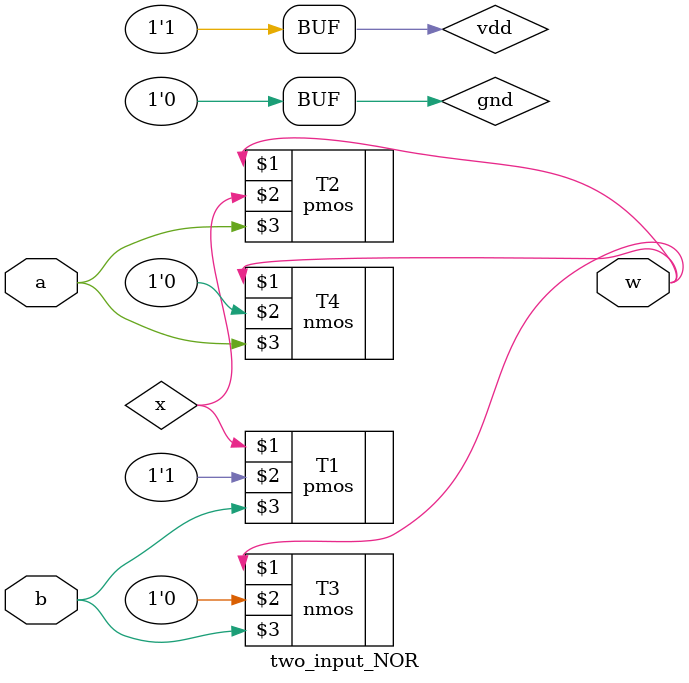
<source format=sv>
module two_input_NOR(input a,b,output w);
  supply1 vdd;
  supply0 gnd;
  wire x;
  pmos #(5,6,7) T1(x,vdd,b),T2(w,x,a);
  nmos #(3,4,5) T3(w,gnd,b),T4(w,gnd,a);
endmodule




</source>
